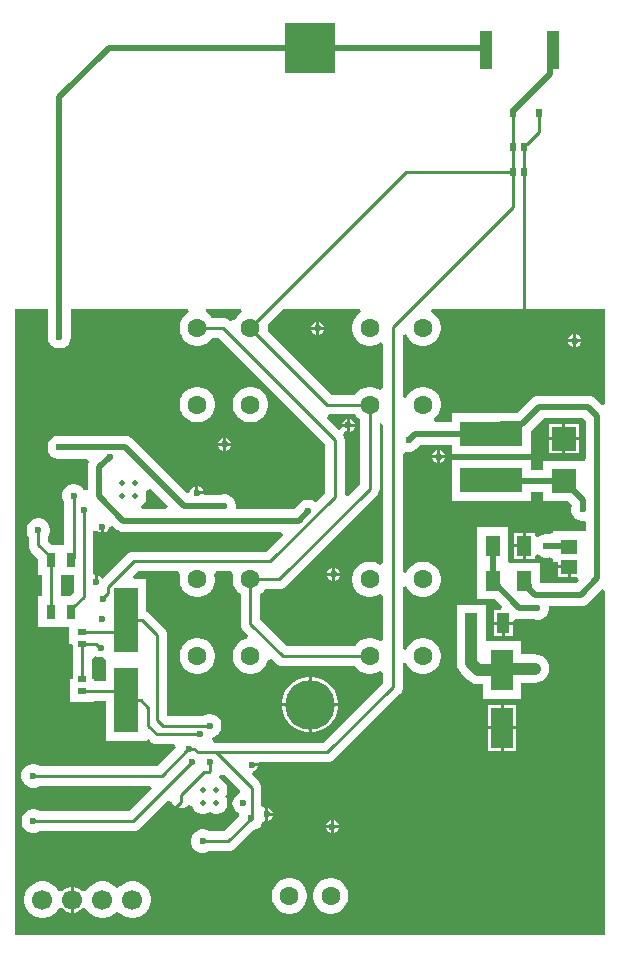
<source format=gtl>
G04*
G04 #@! TF.GenerationSoftware,Altium Limited,Altium Designer,23.1.1 (15)*
G04*
G04 Layer_Physical_Order=1*
G04 Layer_Color=255*
%FSLAX44Y44*%
%MOMM*%
G71*
G04*
G04 #@! TF.SameCoordinates,4FD7E483-A0BE-4EFF-918D-63B1A9DD4886*
G04*
G04*
G04 #@! TF.FilePolarity,Positive*
G04*
G01*
G75*
%ADD17C,0.2540*%
%ADD19R,0.8000X1.2000*%
%ADD20R,0.6000X0.8000*%
%ADD21R,0.5800X0.6400*%
%ADD22R,2.0000X5.5000*%
%ADD23R,5.3200X2.0600*%
%ADD24R,1.2000X1.7000*%
%ADD25R,2.1000X2.0000*%
%ADD26R,1.1000X3.3000*%
%ADD27R,1.4000X1.2500*%
%ADD28R,1.1000X1.7000*%
%ADD29R,1.8500X3.4500*%
%ADD30R,0.6400X0.5800*%
%ADD50C,0.5000*%
%ADD51C,1.0000*%
%ADD52R,3.0500X1.9500*%
%ADD53C,1.7000*%
%ADD54C,1.6000*%
%ADD55C,4.2000*%
%ADD56R,4.2000X4.2000*%
%ADD57C,0.6000*%
%ADD58C,0.5000*%
%ADD59C,0.8000*%
G36*
X192395Y661293D02*
X189938Y659651D01*
X187849Y657562D01*
X186208Y655105D01*
X185908Y654381D01*
X182369Y653678D01*
X182148Y653898D01*
X180421Y655224D01*
X178409Y656057D01*
X176250Y656341D01*
X176250Y656341D01*
X166967D01*
X166151Y657562D01*
X164062Y659651D01*
X161605Y661293D01*
X162306Y664250D01*
X191695D01*
X192395Y661293D01*
D02*
G37*
G36*
X500000Y583794D02*
X497000Y582551D01*
X491776Y587775D01*
X489791Y589298D01*
X487480Y590256D01*
X485000Y590582D01*
X444000D01*
X441520Y590256D01*
X439209Y589298D01*
X437225Y587775D01*
X425281Y575832D01*
X411300D01*
X410677Y575750D01*
X369900D01*
Y568032D01*
X355498D01*
X354588Y571032D01*
X355062Y571349D01*
X357151Y573438D01*
X358793Y575895D01*
X359924Y578625D01*
X360500Y581523D01*
Y584477D01*
X359924Y587375D01*
X358793Y590105D01*
X357151Y592562D01*
X355062Y594651D01*
X352605Y596293D01*
X349875Y597424D01*
X346977Y598000D01*
X344023D01*
X341125Y597424D01*
X338395Y596293D01*
X335938Y594651D01*
X333849Y592562D01*
X332207Y590105D01*
X331591Y588619D01*
X328591Y589215D01*
Y641785D01*
X331591Y642382D01*
X332207Y640895D01*
X333849Y638438D01*
X335938Y636349D01*
X338395Y634707D01*
X341125Y633576D01*
X344023Y633000D01*
X346977D01*
X349875Y633576D01*
X352605Y634707D01*
X355062Y636349D01*
X357151Y638438D01*
X358793Y640895D01*
X359924Y643625D01*
X360500Y646523D01*
Y649477D01*
X359924Y652375D01*
X358793Y655105D01*
X357151Y657562D01*
X355062Y659651D01*
X352605Y661293D01*
X353305Y664250D01*
X423209D01*
Y657063D01*
X422693Y655817D01*
X422409Y653659D01*
X422693Y651500D01*
X423526Y649488D01*
X424852Y647760D01*
X426579Y646435D01*
X428591Y645601D01*
X430750Y645317D01*
X432909Y645601D01*
X434921Y646435D01*
X436648Y647760D01*
X437448Y648560D01*
X437448Y648560D01*
X438774Y650288D01*
X439607Y652300D01*
X439891Y654459D01*
Y664250D01*
X500000D01*
Y583794D01*
D02*
G37*
G36*
X147395Y661293D02*
X144938Y659651D01*
X142849Y657562D01*
X141207Y655105D01*
X140077Y652375D01*
X139500Y649477D01*
Y646523D01*
X140077Y643625D01*
X141207Y640895D01*
X142849Y638438D01*
X144938Y636349D01*
X147395Y634707D01*
X150125Y633577D01*
X153023Y633000D01*
X155977D01*
X158876Y633577D01*
X161605Y634707D01*
X164062Y636349D01*
X166151Y638438D01*
X166967Y639659D01*
X172795D01*
X262659Y549795D01*
Y508205D01*
X254673Y500219D01*
X254390Y500502D01*
X252110Y501819D01*
X249566Y502500D01*
X246933D01*
X244390Y501819D01*
X242110Y500502D01*
X240248Y498640D01*
X239440Y497241D01*
X236531Y494332D01*
X188287D01*
X187250Y495684D01*
Y498316D01*
X186569Y500860D01*
X185252Y503140D01*
X183390Y505002D01*
X181110Y506319D01*
X178566Y507000D01*
X175933D01*
X174373Y506582D01*
X160335D01*
X159902Y507230D01*
X154250D01*
Y508500D01*
X152980D01*
Y513970D01*
X151112Y513197D01*
X149553Y511638D01*
X148710Y509602D01*
Y509084D01*
X145710Y507841D01*
X100026Y553526D01*
X98041Y555048D01*
X95730Y556006D01*
X93250Y556332D01*
X40627D01*
X39067Y556750D01*
X36433D01*
X33890Y556068D01*
X31610Y554752D01*
X29748Y552890D01*
X28431Y550610D01*
X27750Y548066D01*
Y545434D01*
X28431Y542890D01*
X29748Y540610D01*
X31610Y538748D01*
X33890Y537431D01*
X36433Y536750D01*
X39067D01*
X40627Y537168D01*
X61244D01*
X62108Y536119D01*
X62944Y534168D01*
X62245Y532480D01*
X61918Y530000D01*
Y511099D01*
X58918Y510303D01*
X58002Y511890D01*
X56140Y513752D01*
X53860Y515069D01*
X51316Y515750D01*
X48684D01*
X46140Y515069D01*
X43860Y513752D01*
X41998Y511890D01*
X40682Y509610D01*
X40000Y507066D01*
Y504434D01*
X40682Y501890D01*
X41659Y500198D01*
Y464500D01*
X31703D01*
X28341Y467862D01*
Y471198D01*
X29318Y472890D01*
X30000Y475434D01*
Y478066D01*
X29318Y480610D01*
X28002Y482890D01*
X26140Y484752D01*
X23860Y486068D01*
X21316Y486750D01*
X18684D01*
X16140Y486068D01*
X13860Y484752D01*
X11998Y482890D01*
X10682Y480610D01*
X10000Y478066D01*
Y475434D01*
X10682Y472890D01*
X11659Y471198D01*
Y464407D01*
X11659Y464407D01*
X11943Y462248D01*
X12776Y460236D01*
X14102Y458508D01*
X20000Y452610D01*
Y438500D01*
X22659D01*
Y420750D01*
X20000D01*
Y394750D01*
X46300D01*
Y380150D01*
X48514D01*
X48908Y379700D01*
X48909Y379700D01*
Y350600D01*
X47050D01*
Y330800D01*
X67450D01*
Y332359D01*
X77000D01*
Y298500D01*
X111000D01*
Y298500D01*
X113252Y299433D01*
X114833Y297852D01*
X114833Y297852D01*
X116561Y296526D01*
X118573Y295693D01*
X120732Y295409D01*
X120732Y295409D01*
X134869D01*
X136112Y292409D01*
X120795Y277091D01*
X21052D01*
X19360Y278069D01*
X16817Y278750D01*
X14183D01*
X11640Y278069D01*
X9360Y276752D01*
X7498Y274890D01*
X6181Y272610D01*
X5500Y270067D01*
Y267433D01*
X6181Y264890D01*
X7498Y262610D01*
X9360Y260748D01*
X11640Y259431D01*
X14183Y258750D01*
X16817D01*
X19360Y259431D01*
X21052Y260409D01*
X114692D01*
X115840Y257637D01*
X96795Y238591D01*
X21362D01*
X19670Y239569D01*
X17126Y240250D01*
X14493D01*
X11950Y239569D01*
X9670Y238252D01*
X7808Y236390D01*
X6492Y234110D01*
X5810Y231567D01*
Y228934D01*
X6492Y226390D01*
X7808Y224110D01*
X9670Y222248D01*
X11950Y220931D01*
X14493Y220250D01*
X17126D01*
X19670Y220931D01*
X21362Y221909D01*
X100250D01*
X100250Y221909D01*
X102409Y222193D01*
X104421Y223026D01*
X106148Y224352D01*
X129384Y247588D01*
X130664Y247485D01*
X132717Y246678D01*
X133276Y245329D01*
X134602Y243602D01*
X136329Y242276D01*
X138341Y241443D01*
X140500Y241159D01*
X142659Y241443D01*
X144671Y242276D01*
X146398Y243602D01*
X147086Y244290D01*
X147417Y244314D01*
X150325Y243286D01*
X150647Y242083D01*
X151898Y239917D01*
X153667Y238148D01*
X155833Y236897D01*
X158249Y236250D01*
X160751D01*
X163167Y236897D01*
X165000Y237956D01*
X166833Y236897D01*
X169249Y236250D01*
X171751D01*
X174167Y236897D01*
X176333Y238148D01*
X178102Y239917D01*
X179353Y242083D01*
X180000Y244499D01*
Y247001D01*
X179353Y249417D01*
X178294Y251250D01*
X179353Y253083D01*
X180000Y255499D01*
Y258000D01*
X179353Y260417D01*
X178102Y262583D01*
X176333Y264352D01*
X174167Y265602D01*
X173973Y265654D01*
X172976Y268325D01*
X173724Y269119D01*
X177499Y269205D01*
X190367Y256336D01*
X190359Y255340D01*
X189501Y252959D01*
X188329Y252474D01*
X186602Y251148D01*
X185276Y249421D01*
X184443Y247409D01*
X184159Y245250D01*
X184443Y243091D01*
X185276Y241079D01*
X186602Y239352D01*
X188329Y238026D01*
X189769Y237242D01*
X190045Y235050D01*
X189932Y234229D01*
X177295Y221591D01*
X164802D01*
X163110Y222568D01*
X160567Y223250D01*
X157934D01*
X155390Y222568D01*
X153110Y221252D01*
X151248Y219390D01*
X149931Y217110D01*
X149250Y214566D01*
Y211933D01*
X149931Y209390D01*
X151248Y207110D01*
X153110Y205248D01*
X155390Y203932D01*
X157934Y203250D01*
X160567D01*
X163110Y203932D01*
X164802Y204909D01*
X180750D01*
X180750Y204909D01*
X182909Y205193D01*
X184921Y206026D01*
X186648Y207352D01*
X202222Y222926D01*
X204110Y223431D01*
X206390Y224748D01*
X208252Y226610D01*
X209569Y228890D01*
X209660Y229233D01*
X211980Y230377D01*
Y236000D01*
Y241470D01*
X211841Y241413D01*
X208841Y243346D01*
Y258000D01*
X208841Y258000D01*
X208557Y260159D01*
X207724Y262171D01*
X206398Y263898D01*
X206398Y263898D01*
X200586Y269710D01*
X201829Y272710D01*
X201852D01*
X203888Y273553D01*
X205447Y275112D01*
X206220Y276980D01*
X200750D01*
Y279520D01*
X206402D01*
X206829Y280159D01*
X264702D01*
X264702Y280159D01*
X266861Y280443D01*
X268873Y281276D01*
X270600Y282602D01*
X326148Y338150D01*
X326148Y338150D01*
X327474Y339878D01*
X328307Y341889D01*
X328591Y344048D01*
X328591Y344048D01*
Y363785D01*
X331591Y364381D01*
X332207Y362895D01*
X333849Y360438D01*
X335938Y358349D01*
X338395Y356707D01*
X341125Y355577D01*
X344023Y355000D01*
X346977D01*
X349875Y355577D01*
X352605Y356707D01*
X355062Y358349D01*
X357151Y360438D01*
X358793Y362895D01*
X359924Y365625D01*
X360500Y368523D01*
Y371477D01*
X359924Y374375D01*
X358793Y377105D01*
X357151Y379562D01*
X355062Y381651D01*
X352605Y383293D01*
X349875Y384423D01*
X346977Y385000D01*
X344023D01*
X341125Y384423D01*
X338395Y383293D01*
X335938Y381651D01*
X333849Y379562D01*
X332207Y377105D01*
X331591Y375619D01*
X328591Y376215D01*
Y428785D01*
X331591Y429381D01*
X332207Y427895D01*
X333849Y425438D01*
X335938Y423349D01*
X338395Y421707D01*
X341125Y420577D01*
X344023Y420000D01*
X346977D01*
X349875Y420577D01*
X352605Y421707D01*
X355062Y423349D01*
X357151Y425438D01*
X358793Y427895D01*
X359924Y430625D01*
X360500Y433523D01*
Y436477D01*
X359924Y439375D01*
X358793Y442105D01*
X357151Y444562D01*
X355062Y446651D01*
X352605Y448293D01*
X349875Y449423D01*
X346977Y450000D01*
X344023D01*
X341125Y449423D01*
X338395Y448293D01*
X335938Y446651D01*
X333849Y444562D01*
X332207Y442105D01*
X331591Y440619D01*
X328591Y441215D01*
Y540993D01*
X331591Y543159D01*
X332183Y543000D01*
X334817D01*
X337360Y543681D01*
X339640Y544998D01*
X341502Y546860D01*
X342310Y548259D01*
X342919Y548868D01*
X369900D01*
Y541150D01*
X437100D01*
Y560549D01*
X447969Y571418D01*
X481031D01*
X483418Y569031D01*
Y537870D01*
X482500Y535250D01*
X447500D01*
Y527832D01*
X437100D01*
Y536350D01*
X369900D01*
Y501750D01*
X437100D01*
Y508668D01*
X447500D01*
Y501250D01*
X468449D01*
X471668Y498031D01*
Y497127D01*
X471250Y495566D01*
Y492934D01*
X471931Y490390D01*
X473248Y488110D01*
X475110Y486248D01*
X477390Y484931D01*
X479934Y484250D01*
X482566D01*
X483418Y483597D01*
Y476000D01*
X455500D01*
Y474390D01*
X452500Y473183D01*
X451316Y473500D01*
X448684D01*
X446140Y472818D01*
X443860Y471502D01*
X443040Y470682D01*
X440040Y471925D01*
Y474540D01*
X432770D01*
Y463500D01*
Y452460D01*
X440040D01*
Y455075D01*
X443040Y456318D01*
X443860Y455498D01*
X446140Y454182D01*
X448684Y453500D01*
X451316D01*
X452500Y453817D01*
X455500Y452610D01*
Y449500D01*
X459960D01*
Y447020D01*
X469500D01*
Y445750D01*
X470770D01*
Y436960D01*
X476166D01*
X477409Y433960D01*
X475031Y431582D01*
X444500D01*
Y449000D01*
X420086D01*
X418500Y449000D01*
X417500Y451586D01*
Y479000D01*
X391500D01*
Y449000D01*
X391500D01*
Y418000D01*
X406449D01*
X412638Y411811D01*
X411490Y409040D01*
X405460D01*
Y399270D01*
X413500D01*
X421540D01*
Y399585D01*
X424540Y401590D01*
X424770Y401494D01*
X427250Y401168D01*
X439623D01*
X441184Y400750D01*
X443816D01*
X446360Y401432D01*
X448640Y402748D01*
X450502Y404610D01*
X451819Y406890D01*
X452500Y409434D01*
Y412066D01*
X452770Y412418D01*
X479000D01*
X481480Y412744D01*
X483791Y413702D01*
X485775Y415224D01*
X497000Y426449D01*
X500000Y425206D01*
Y133750D01*
X0D01*
Y664250D01*
X28168D01*
Y643377D01*
X27750Y641816D01*
Y639184D01*
X28431Y636640D01*
X29748Y634360D01*
X31610Y632498D01*
X33890Y631181D01*
X36433Y630500D01*
X39067D01*
X41610Y631181D01*
X43890Y632498D01*
X45752Y634360D01*
X47069Y636640D01*
X47750Y639184D01*
Y641816D01*
X47332Y643377D01*
Y664250D01*
X146695D01*
X147395Y661293D01*
D02*
G37*
G36*
X293395Y661293D02*
X290938Y659651D01*
X288849Y657562D01*
X287207Y655105D01*
X286076Y652375D01*
X285500Y649477D01*
Y646523D01*
X286076Y643625D01*
X287207Y640895D01*
X288849Y638438D01*
X290938Y636349D01*
X293395Y634707D01*
X296125Y633576D01*
X299023Y633000D01*
X301977D01*
X304875Y633576D01*
X307605Y634707D01*
X308909Y635578D01*
X311909Y634124D01*
Y596876D01*
X308909Y595422D01*
X307605Y596293D01*
X304875Y597424D01*
X301977Y598000D01*
X299023D01*
X296125Y597424D01*
X293395Y596293D01*
X290938Y594651D01*
X288849Y592562D01*
X288033Y591341D01*
X267955D01*
X214214Y645083D01*
X214500Y646523D01*
Y649477D01*
X214214Y650917D01*
X227547Y664250D01*
X292695D01*
X293395Y661293D01*
D02*
G37*
G36*
X288849Y573438D02*
X290938Y571349D01*
X292159Y570533D01*
Y515205D01*
X282341Y505388D01*
X279341Y506631D01*
Y553250D01*
X279057Y555409D01*
X278224Y557421D01*
X279499Y560437D01*
X279632Y560513D01*
X281136Y559890D01*
Y564091D01*
X276936D01*
X277458Y562831D01*
X274914Y561132D01*
X264309Y571738D01*
X264309Y571740D01*
X265631Y574659D01*
X288033D01*
X288849Y573438D01*
D02*
G37*
G36*
X129345Y497104D02*
X128197Y494332D01*
X108089D01*
X107285Y497332D01*
X107833Y497648D01*
X109601Y499417D01*
X110852Y501583D01*
X111500Y503999D01*
Y506501D01*
X110852Y508917D01*
X110819Y508974D01*
X111543Y510677D01*
X115019Y511430D01*
X129345Y497104D01*
D02*
G37*
G36*
X85225Y477975D02*
X87209Y476452D01*
X89520Y475494D01*
X92000Y475168D01*
X225702D01*
X226850Y472396D01*
X213045Y458591D01*
X100862D01*
X100862Y458591D01*
X98703Y458307D01*
X96691Y457474D01*
X94964Y456148D01*
X94964Y456148D01*
X74536Y435721D01*
X73697Y435888D01*
X72138Y437447D01*
X70270Y438220D01*
Y432750D01*
X67730D01*
Y438402D01*
X66591Y439163D01*
Y475673D01*
X69373Y476320D01*
X69591Y476324D01*
X71112Y474803D01*
X72980Y474030D01*
Y479500D01*
X75520D01*
Y474030D01*
X77388Y474803D01*
X78947Y476362D01*
X79790Y478398D01*
Y479167D01*
X82790Y480409D01*
X85225Y477975D01*
D02*
G37*
G36*
X311909Y565658D02*
Y448876D01*
X308909Y447422D01*
X307605Y448293D01*
X304875Y449423D01*
X301977Y450000D01*
X299023D01*
X296125Y449423D01*
X293395Y448293D01*
X290938Y446651D01*
X288849Y444562D01*
X287207Y442105D01*
X286076Y439375D01*
X285500Y436477D01*
Y433523D01*
X286076Y430625D01*
X287207Y427895D01*
X288849Y425438D01*
X290938Y423349D01*
X293395Y421707D01*
X296125Y420577D01*
X299023Y420000D01*
X301977D01*
X304875Y420577D01*
X307605Y421707D01*
X308909Y422578D01*
X311909Y421124D01*
Y383876D01*
X308909Y382422D01*
X307605Y383293D01*
X304875Y384423D01*
X301977Y385000D01*
X299023D01*
X296125Y384423D01*
X293395Y383293D01*
X290938Y381651D01*
X288849Y379562D01*
X288033Y378341D01*
X230455D01*
X207841Y400955D01*
Y422533D01*
X209062Y423349D01*
X211151Y425438D01*
X211967Y426659D01*
X223750D01*
X223750Y426659D01*
X225909Y426943D01*
X227921Y427776D01*
X229648Y429102D01*
X306398Y505852D01*
X306398Y505852D01*
X307724Y507579D01*
X308557Y509591D01*
X308841Y511750D01*
Y567277D01*
X308909Y567319D01*
X311909Y565658D01*
D02*
G37*
G36*
X49909Y423488D02*
X47171Y420750D01*
X39342D01*
Y438500D01*
X49909D01*
Y423488D01*
D02*
G37*
G36*
X184000Y441049D02*
X184984Y438909D01*
X184500Y436477D01*
Y433523D01*
X185077Y430625D01*
X186207Y427895D01*
X187849Y425438D01*
X189938Y423349D01*
X191159Y422533D01*
Y397500D01*
X191159Y397500D01*
X191443Y395341D01*
X192276Y393329D01*
X193602Y391602D01*
X197290Y387913D01*
X196303Y384658D01*
X195125Y384424D01*
X192395Y383293D01*
X189938Y381651D01*
X187849Y379562D01*
X186207Y377105D01*
X185077Y374375D01*
X184500Y371477D01*
Y368523D01*
X185077Y365625D01*
X186207Y362895D01*
X187849Y360438D01*
X189938Y358349D01*
X192395Y356707D01*
X195125Y355577D01*
X198023Y355000D01*
X200977D01*
X203875Y355577D01*
X206605Y356707D01*
X209062Y358349D01*
X211151Y360438D01*
X212793Y362895D01*
X213923Y365625D01*
X214158Y366803D01*
X217413Y367790D01*
X221102Y364102D01*
X221102Y364102D01*
X222829Y362776D01*
X224841Y361943D01*
X227000Y361659D01*
X288033D01*
X288849Y360438D01*
X290938Y358349D01*
X293395Y356707D01*
X296125Y355577D01*
X299023Y355000D01*
X301977D01*
X304875Y355577D01*
X307605Y356707D01*
X308909Y357578D01*
X311909Y356124D01*
Y347503D01*
X261247Y296841D01*
X170000D01*
X170000Y296841D01*
X170000Y296841D01*
X168936D01*
X167126Y299677D01*
X167941Y301685D01*
X168860Y301931D01*
X171140Y303248D01*
X173002Y305110D01*
X174319Y307390D01*
X175000Y309933D01*
Y312567D01*
X174319Y315110D01*
X173002Y317390D01*
X171140Y319252D01*
X168860Y320569D01*
X166317Y321250D01*
X163683D01*
X161140Y320569D01*
X159448Y319591D01*
X128955D01*
X128841Y319705D01*
Y387711D01*
X128841Y387711D01*
X128557Y389870D01*
X127724Y391882D01*
X126398Y393609D01*
X126398Y393610D01*
X113609Y406398D01*
X111882Y407724D01*
X111000Y408089D01*
Y435000D01*
X101328D01*
X100180Y437772D01*
X104317Y441909D01*
X138426D01*
X139000Y441049D01*
X139984Y438909D01*
X139500Y436477D01*
Y433523D01*
X140077Y430625D01*
X141207Y427895D01*
X142849Y425438D01*
X144938Y423349D01*
X147395Y421707D01*
X150125Y420577D01*
X153023Y420000D01*
X155977D01*
X158875Y420577D01*
X161605Y421707D01*
X164062Y423349D01*
X166151Y425438D01*
X167793Y427895D01*
X168923Y430625D01*
X169500Y433523D01*
Y436477D01*
X169016Y438909D01*
X170000Y441049D01*
X170574Y441909D01*
X183426D01*
X184000Y441049D01*
D02*
G37*
G36*
X69905Y369193D02*
X72064Y368909D01*
X72064Y368909D01*
X73000D01*
X74000Y369040D01*
X77000Y367055D01*
Y366000D01*
X77000D01*
Y349042D01*
X67450D01*
Y350600D01*
X65591D01*
Y368011D01*
X66510Y368815D01*
X68591Y369737D01*
X69905Y369193D01*
D02*
G37*
%LPC*%
G36*
X475520Y642470D02*
Y638270D01*
X479720D01*
X478947Y640138D01*
X477388Y641697D01*
X475520Y642470D01*
D02*
G37*
G36*
X472980D02*
X471112Y641697D01*
X469553Y640138D01*
X468780Y638270D01*
X472980D01*
Y642470D01*
D02*
G37*
G36*
X479720Y635730D02*
X475520D01*
Y631530D01*
X477388Y632303D01*
X478947Y633862D01*
X479720Y635730D01*
D02*
G37*
G36*
X472980D02*
X468780D01*
X469553Y633862D01*
X471112Y632303D01*
X472980Y631530D01*
Y635730D01*
D02*
G37*
G36*
X200978Y598000D02*
X198023D01*
X195125Y597424D01*
X192395Y596293D01*
X189938Y594651D01*
X187849Y592562D01*
X186208Y590105D01*
X185077Y587375D01*
X184500Y584477D01*
Y581523D01*
X185077Y578625D01*
X186208Y575895D01*
X187849Y573438D01*
X189938Y571349D01*
X192395Y569707D01*
X195125Y568576D01*
X198023Y568000D01*
X200978D01*
X203876Y568576D01*
X206605Y569707D01*
X209062Y571349D01*
X211152Y573438D01*
X212793Y575895D01*
X213924Y578625D01*
X214500Y581523D01*
Y584477D01*
X213924Y587375D01*
X212793Y590105D01*
X211152Y592562D01*
X209062Y594651D01*
X206605Y596293D01*
X203876Y597424D01*
X200978Y598000D01*
D02*
G37*
G36*
X155977D02*
X153023D01*
X150125Y597424D01*
X147395Y596293D01*
X144938Y594651D01*
X142849Y592562D01*
X141207Y590105D01*
X140077Y587375D01*
X139500Y584477D01*
Y581523D01*
X140077Y578625D01*
X141207Y575895D01*
X142849Y573438D01*
X144938Y571349D01*
X147395Y569707D01*
X150125Y568576D01*
X153023Y568000D01*
X155977D01*
X158875Y568576D01*
X161605Y569707D01*
X164062Y571349D01*
X166151Y573438D01*
X167793Y575895D01*
X168924Y578625D01*
X169500Y581523D01*
Y584477D01*
X168924Y587375D01*
X167793Y590105D01*
X166151Y592562D01*
X164062Y594651D01*
X161605Y596293D01*
X158875Y597424D01*
X155977Y598000D01*
D02*
G37*
G36*
X478040Y566790D02*
X466270D01*
Y555520D01*
X478040D01*
Y566790D01*
D02*
G37*
G36*
X463730D02*
X451960D01*
Y555520D01*
X463730D01*
Y566790D01*
D02*
G37*
G36*
X179020Y554720D02*
Y550520D01*
X183220D01*
X182447Y552388D01*
X180888Y553947D01*
X179020Y554720D01*
D02*
G37*
G36*
X176480D02*
X174612Y553947D01*
X173053Y552388D01*
X172280Y550520D01*
X176480D01*
Y554720D01*
D02*
G37*
G36*
X183220Y547980D02*
X179020D01*
Y543780D01*
X180888Y544553D01*
X182447Y546112D01*
X183220Y547980D01*
D02*
G37*
G36*
X176480D02*
X172280D01*
X173053Y546112D01*
X174612Y544553D01*
X176480Y543780D01*
Y547980D01*
D02*
G37*
G36*
X478040Y552980D02*
X466270D01*
Y541710D01*
X478040D01*
Y552980D01*
D02*
G37*
G36*
X463730D02*
X451960D01*
Y541710D01*
X463730D01*
Y552980D01*
D02*
G37*
G36*
X360270Y544470D02*
Y540270D01*
X364470D01*
X363697Y542138D01*
X362138Y543697D01*
X360270Y544470D01*
D02*
G37*
G36*
X357730D02*
X355862Y543697D01*
X354303Y542138D01*
X353530Y540270D01*
X357730D01*
Y544470D01*
D02*
G37*
G36*
X364470Y537730D02*
X360270D01*
Y533530D01*
X362138Y534303D01*
X363697Y535862D01*
X364470Y537730D01*
D02*
G37*
G36*
X357730D02*
X353530D01*
X354303Y535862D01*
X355862Y534303D01*
X357730Y533530D01*
Y537730D01*
D02*
G37*
G36*
X155520Y513970D02*
Y509770D01*
X159720D01*
X158947Y511638D01*
X157388Y513197D01*
X155520Y513970D01*
D02*
G37*
G36*
X430230Y474540D02*
X422960D01*
Y464770D01*
X430230D01*
Y474540D01*
D02*
G37*
G36*
Y462230D02*
X422960D01*
Y452460D01*
X430230D01*
Y462230D01*
D02*
G37*
G36*
X468230Y444480D02*
X459960D01*
Y436960D01*
X468230D01*
Y444480D01*
D02*
G37*
G36*
X421540Y396730D02*
X414770D01*
Y386960D01*
X421540D01*
Y396730D01*
D02*
G37*
G36*
X412230D02*
X405460D01*
Y386960D01*
X412230D01*
Y396730D01*
D02*
G37*
G36*
X399000Y413500D02*
X374000D01*
Y382500D01*
X374396D01*
Y364108D01*
X374809Y360975D01*
X376018Y358056D01*
X377942Y355549D01*
X383799Y349691D01*
X386306Y347768D01*
X389225Y346559D01*
X392358Y346146D01*
X396500D01*
Y334000D01*
X429000D01*
Y347396D01*
X440250D01*
X443383Y347809D01*
X446302Y349018D01*
X448809Y350942D01*
X450732Y353448D01*
X451941Y356367D01*
X452354Y359500D01*
X451941Y362633D01*
X450732Y365552D01*
X448809Y368059D01*
X446302Y369982D01*
X443383Y371191D01*
X440250Y371604D01*
X429000D01*
Y382500D01*
X399000D01*
Y413500D01*
D02*
G37*
G36*
X424540Y329040D02*
X414020D01*
Y310520D01*
X424540D01*
Y329040D01*
D02*
G37*
G36*
X411480D02*
X400960D01*
Y310520D01*
X411480D01*
Y329040D01*
D02*
G37*
G36*
X424540Y307980D02*
X414020D01*
Y289460D01*
X424540D01*
Y307980D01*
D02*
G37*
G36*
X411480D02*
X400960D01*
Y289460D01*
X411480D01*
Y307980D01*
D02*
G37*
G36*
X214520Y241470D02*
Y237270D01*
X218720D01*
X217947Y239138D01*
X216388Y240697D01*
X214520Y241470D01*
D02*
G37*
G36*
X218720Y234730D02*
X214520D01*
Y230530D01*
X216388Y231303D01*
X217947Y232862D01*
X218720Y234730D01*
D02*
G37*
G36*
X270270Y231220D02*
Y227020D01*
X274470D01*
X273697Y228888D01*
X272138Y230447D01*
X270270Y231220D01*
D02*
G37*
G36*
X267730D02*
X265862Y230447D01*
X264303Y228888D01*
X263530Y227020D01*
X267730D01*
Y231220D01*
D02*
G37*
G36*
X274470Y224480D02*
X270270D01*
Y220280D01*
X272138Y221053D01*
X273697Y222612D01*
X274470Y224480D01*
D02*
G37*
G36*
X267730D02*
X263530D01*
X264303Y222612D01*
X265862Y221053D01*
X267730Y220280D01*
Y224480D01*
D02*
G37*
G36*
X101127Y179250D02*
X98073D01*
X95079Y178654D01*
X92258Y177486D01*
X89719Y175790D01*
X88932Y175002D01*
X86900Y173967D01*
X84868Y175002D01*
X84081Y175790D01*
X81542Y177486D01*
X78721Y178654D01*
X75727Y179250D01*
X72673D01*
X69679Y178654D01*
X66858Y177486D01*
X64319Y175790D01*
X62160Y173631D01*
X60630Y171340D01*
X59401Y171007D01*
X57174Y170989D01*
X55579Y172584D01*
X53061Y174038D01*
X50253Y174790D01*
X50070D01*
Y163750D01*
Y152710D01*
X50253D01*
X53061Y153462D01*
X55579Y154916D01*
X57174Y156511D01*
X59401Y156493D01*
X60630Y156160D01*
X62160Y153869D01*
X64319Y151710D01*
X66858Y150014D01*
X69679Y148846D01*
X72673Y148250D01*
X75727D01*
X78721Y148846D01*
X81542Y150014D01*
X84081Y151710D01*
X84868Y152498D01*
X86900Y153533D01*
X88932Y152498D01*
X89719Y151710D01*
X92258Y150014D01*
X95079Y148846D01*
X98073Y148250D01*
X101127D01*
X104121Y148846D01*
X106942Y150014D01*
X109481Y151710D01*
X111640Y153869D01*
X113336Y156408D01*
X114504Y159229D01*
X115100Y162223D01*
Y165277D01*
X114504Y168271D01*
X113336Y171092D01*
X111640Y173631D01*
X109481Y175790D01*
X106942Y177486D01*
X104121Y178654D01*
X101127Y179250D01*
D02*
G37*
G36*
X24927D02*
X21873D01*
X18879Y178654D01*
X16058Y177486D01*
X13519Y175790D01*
X11360Y173631D01*
X9664Y171092D01*
X8496Y168271D01*
X7900Y165277D01*
Y162223D01*
X8496Y159229D01*
X9664Y156408D01*
X11360Y153869D01*
X13519Y151710D01*
X16058Y150014D01*
X18879Y148846D01*
X21873Y148250D01*
X24927D01*
X27921Y148846D01*
X30742Y150014D01*
X33281Y151710D01*
X35440Y153869D01*
X36970Y156160D01*
X38199Y156493D01*
X40426Y156511D01*
X42021Y154916D01*
X44539Y153462D01*
X47347Y152710D01*
X47530D01*
Y163750D01*
Y174790D01*
X47347D01*
X44539Y174038D01*
X42021Y172584D01*
X40426Y170989D01*
X38199Y171007D01*
X36970Y171340D01*
X35440Y173631D01*
X33281Y175790D01*
X30742Y177486D01*
X27921Y178654D01*
X24927Y179250D01*
D02*
G37*
G36*
X268977Y182000D02*
X266023D01*
X263125Y181423D01*
X260395Y180293D01*
X257938Y178651D01*
X255849Y176562D01*
X254207Y174105D01*
X253076Y171375D01*
X252500Y168477D01*
Y165523D01*
X253076Y162625D01*
X254207Y159895D01*
X255849Y157438D01*
X257938Y155349D01*
X260395Y153707D01*
X263125Y152577D01*
X266023Y152000D01*
X268977D01*
X271875Y152577D01*
X274605Y153707D01*
X277062Y155349D01*
X279151Y157438D01*
X280793Y159895D01*
X281924Y162625D01*
X282500Y165523D01*
Y168477D01*
X281924Y171375D01*
X280793Y174105D01*
X279151Y176562D01*
X277062Y178651D01*
X274605Y180293D01*
X271875Y181423D01*
X268977Y182000D01*
D02*
G37*
G36*
X233977D02*
X231022D01*
X228125Y181423D01*
X225395Y180293D01*
X222938Y178651D01*
X220849Y176562D01*
X219207Y174105D01*
X218076Y171375D01*
X217500Y168477D01*
Y165523D01*
X218076Y162625D01*
X219207Y159895D01*
X220849Y157438D01*
X222938Y155349D01*
X225395Y153707D01*
X228125Y152577D01*
X231022Y152000D01*
X233977D01*
X236875Y152577D01*
X239605Y153707D01*
X242062Y155349D01*
X244151Y157438D01*
X245793Y159895D01*
X246923Y162625D01*
X247500Y165523D01*
Y168477D01*
X246923Y171375D01*
X245793Y174105D01*
X244151Y176562D01*
X242062Y178651D01*
X239605Y180293D01*
X236875Y181423D01*
X233977Y182000D01*
D02*
G37*
G36*
X257770Y652970D02*
Y648770D01*
X261970D01*
X261197Y650638D01*
X259638Y652197D01*
X257770Y652970D01*
D02*
G37*
G36*
X255230D02*
X253362Y652197D01*
X251803Y650638D01*
X251030Y648770D01*
X255230D01*
Y652970D01*
D02*
G37*
G36*
X261970Y646230D02*
X257770D01*
Y642030D01*
X259638Y642803D01*
X261197Y644362D01*
X261970Y646230D01*
D02*
G37*
G36*
X255230D02*
X251030D01*
X251803Y644362D01*
X253362Y642803D01*
X255230Y642030D01*
Y646230D01*
D02*
G37*
G36*
X283676Y570831D02*
Y566631D01*
X287877D01*
X287103Y568499D01*
X285545Y570057D01*
X283676Y570831D01*
D02*
G37*
G36*
X281136D02*
X279268Y570057D01*
X277710Y568499D01*
X276936Y566631D01*
X281136D01*
Y570831D01*
D02*
G37*
G36*
X287877Y564091D02*
X283676D01*
Y559890D01*
X285545Y560664D01*
X287103Y562223D01*
X287877Y564091D01*
D02*
G37*
G36*
X271270Y444970D02*
Y440770D01*
X275470D01*
X274697Y442638D01*
X273138Y444197D01*
X271270Y444970D01*
D02*
G37*
G36*
X268730D02*
X266862Y444197D01*
X265303Y442638D01*
X264530Y440770D01*
X268730D01*
Y444970D01*
D02*
G37*
G36*
X275470Y438230D02*
X271270D01*
Y434030D01*
X273138Y434803D01*
X274697Y436362D01*
X275470Y438230D01*
D02*
G37*
G36*
X268730D02*
X264530D01*
X265303Y436362D01*
X266862Y434803D01*
X268730Y434030D01*
Y438230D01*
D02*
G37*
G36*
X155977Y385000D02*
X153023D01*
X150125Y384424D01*
X147395Y383293D01*
X144938Y381651D01*
X142849Y379562D01*
X141207Y377105D01*
X140077Y374375D01*
X139500Y371477D01*
Y368523D01*
X140077Y365625D01*
X141207Y362895D01*
X142849Y360438D01*
X144938Y358349D01*
X147395Y356707D01*
X150125Y355577D01*
X153023Y355000D01*
X155977D01*
X158875Y355577D01*
X161605Y356707D01*
X164062Y358349D01*
X166151Y360438D01*
X167793Y362895D01*
X168923Y365625D01*
X169500Y368523D01*
Y371477D01*
X168923Y374375D01*
X167793Y377105D01*
X166151Y379562D01*
X164062Y381651D01*
X161605Y383293D01*
X158875Y384424D01*
X155977Y385000D01*
D02*
G37*
G36*
X252319Y352490D02*
X251270D01*
Y330220D01*
X273540D01*
Y331268D01*
X272635Y335816D01*
X270861Y340100D01*
X268285Y343956D01*
X265006Y347235D01*
X261150Y349811D01*
X256866Y351585D01*
X252319Y352490D01*
D02*
G37*
G36*
X248730D02*
X247682D01*
X243134Y351585D01*
X238850Y349811D01*
X234994Y347235D01*
X231715Y343956D01*
X229139Y340100D01*
X227365Y335816D01*
X226460Y331268D01*
Y330220D01*
X248730D01*
Y352490D01*
D02*
G37*
G36*
X273540Y327680D02*
X251270D01*
Y305410D01*
X252319D01*
X256866Y306315D01*
X261150Y308089D01*
X265006Y310665D01*
X268285Y313944D01*
X270861Y317800D01*
X272635Y322084D01*
X273540Y326632D01*
Y327680D01*
D02*
G37*
G36*
X248730D02*
X226460D01*
Y326632D01*
X227365Y322084D01*
X229139Y317800D01*
X231715Y313944D01*
X234994Y310665D01*
X238850Y308089D01*
X243134Y306315D01*
X247682Y305410D01*
X248730D01*
Y327680D01*
D02*
G37*
%LPD*%
D17*
X57250Y379700D02*
X58000Y380450D01*
X140500Y252500D02*
X160250Y272250D01*
X140500Y246750D02*
Y252500D01*
X133750Y240000D02*
X140500Y246750D01*
X160250Y272250D02*
X164750D01*
X159250Y213250D02*
X180750D01*
X58000Y380450D02*
X68864D01*
X72064Y377250D02*
X73000D01*
X68864Y380450D02*
X72064Y377250D01*
X15810Y230250D02*
X100250D01*
X57250Y350300D02*
Y379700D01*
X165000Y272500D02*
Y280250D01*
X164750Y272250D02*
X165000Y272500D01*
X180750Y213250D02*
X200500Y233000D01*
Y258000D01*
X430750Y653659D02*
X431550Y654459D01*
Y779500D01*
X152134Y291334D02*
X154968Y288500D01*
X147916Y291334D02*
X152134D01*
X147750Y291500D02*
X147916Y291334D01*
X124250Y268750D02*
X147000Y291500D01*
X154968Y288500D02*
X170000D01*
X147000Y291500D02*
X147750D01*
X192500Y245250D02*
X193250D01*
X431550Y779500D02*
X431550Y779500D01*
X431550Y779500D02*
Y801500D01*
X433180Y803430D02*
X433480D01*
X431550Y801800D02*
X433180Y803430D01*
X443500Y813450D02*
Y830250D01*
X433480Y803430D02*
X443500Y813450D01*
X431550Y801500D02*
Y801800D01*
X421950Y801500D02*
Y829665D01*
Y779500D02*
Y801500D01*
X170000Y288500D02*
X264702D01*
X170000D02*
X200500Y258000D01*
X85270Y390050D02*
X94000Y398780D01*
Y400500D01*
X56500Y390050D02*
X85270D01*
X57250Y340700D02*
X86300D01*
X94000Y333000D01*
X120500Y316250D02*
Y387711D01*
X107711Y400500D02*
X120500Y387711D01*
Y316250D02*
X125500Y311250D01*
X165000D01*
X120732Y303750D02*
X156500D01*
X113210Y311272D02*
X120732Y303750D01*
X113210Y311272D02*
Y326336D01*
X106546Y333000D02*
X113210Y326336D01*
X94000Y333000D02*
X106546D01*
X94000Y400500D02*
X107711D01*
X100862Y450250D02*
X216500D01*
X79004Y428392D02*
X100862Y450250D01*
X79004Y423690D02*
Y428392D01*
X74750Y419436D02*
X79004Y423690D01*
X74750Y418500D02*
Y419436D01*
X100250Y230250D02*
X150250Y280250D01*
X15500Y268750D02*
X124250D01*
X271000Y504750D02*
Y553250D01*
X216500Y450250D02*
X271000Y504750D01*
X176250Y648000D02*
X271000Y553250D01*
X154500Y648000D02*
X176250D01*
X199500Y397500D02*
X227000Y370000D01*
X300500D01*
X199500Y397500D02*
Y435000D01*
X223750D01*
X300500Y511750D01*
Y583000D01*
X264500D02*
X300500D01*
X199500Y648000D02*
X264500Y583000D01*
X331000Y779500D02*
X421950D01*
X199500Y648000D02*
X331000Y779500D01*
X320250Y648500D02*
X421950Y750200D01*
X320250Y344048D02*
Y648500D01*
X421950Y750200D02*
Y779500D01*
X264702Y288500D02*
X320250Y344048D01*
X421950Y779500D02*
X421950Y779500D01*
X50272Y412055D02*
X58250Y420033D01*
Y493750D01*
X48000Y451500D02*
X50000Y453500D01*
Y505750D01*
X31000Y407750D02*
X31000Y407750D01*
Y451500D01*
X20000Y464407D02*
X28878Y455529D01*
X20000Y464407D02*
Y476750D01*
X31000Y451500D02*
X31000Y451500D01*
D19*
X31000Y407750D02*
D03*
X48000D02*
D03*
X31000Y451500D02*
D03*
X48000D02*
D03*
D20*
X421500Y830250D02*
D03*
X443500D02*
D03*
D21*
X421950Y779500D02*
D03*
X431550D02*
D03*
X421950Y801500D02*
D03*
X431550D02*
D03*
D22*
X94000Y400500D02*
D03*
X94000Y333000D02*
D03*
D23*
X403500Y558450D02*
D03*
Y519050D02*
D03*
D24*
X404500Y433500D02*
D03*
X431500Y433500D02*
D03*
X431500Y463500D02*
D03*
X404500Y463500D02*
D03*
D25*
X465000Y518250D02*
D03*
Y554250D02*
D03*
D26*
X399000Y883250D02*
D03*
X456000D02*
D03*
D27*
X469500Y462750D02*
D03*
Y445750D02*
D03*
D28*
X413500Y398000D02*
D03*
X386500D02*
D03*
D29*
X412750Y309250D02*
D03*
Y358250D02*
D03*
D30*
X57250Y340700D02*
D03*
Y350300D02*
D03*
X56500Y380450D02*
D03*
Y390050D02*
D03*
D50*
X453447Y880697D02*
X456000Y883250D01*
X453447Y863197D02*
Y880697D01*
X422000Y831750D02*
X453447Y863197D01*
X422000Y830750D02*
Y831750D01*
X421500Y830250D02*
X422000Y830750D01*
X37750Y546750D02*
X93250D01*
X143000Y497000D01*
X177250D01*
X435000Y427231D02*
X440231Y422000D01*
X435000Y427231D02*
Y430000D01*
X440231Y422000D02*
X479000D01*
X431500Y433500D02*
X435000Y430000D01*
X479000Y422000D02*
X493000Y436000D01*
Y573000D01*
X444000Y581000D02*
X485000D01*
X493000Y573000D01*
X429250Y566250D02*
X444000Y581000D01*
X403500Y558450D02*
X411300Y566250D01*
X429250D01*
X92000Y484750D02*
X240500D01*
X248250Y492500D01*
X71500Y530000D02*
X80500Y539000D01*
X71500Y505250D02*
Y530000D01*
Y505250D02*
X92000Y484750D01*
X37750Y843250D02*
X79550Y885050D01*
X250000D01*
X333500Y553000D02*
X338950Y558450D01*
X403500D01*
X37750Y640771D02*
Y843250D01*
X397200Y885050D02*
X399000Y883250D01*
X250000Y885050D02*
X397200D01*
X399000Y883250D02*
Y892300D01*
X386800Y519050D02*
X403500D01*
X404300Y518250D01*
X465000D01*
X481250Y502000D01*
Y494250D02*
Y502000D01*
X468750Y463500D02*
X469500Y462750D01*
X450000Y463500D02*
X468750D01*
X404500Y463500D02*
X404500Y463500D01*
X404500Y433500D02*
Y463500D01*
Y433500D02*
X427250Y410750D01*
X442500D01*
D51*
X412750Y359500D02*
X440250D01*
X386500Y364108D02*
Y398000D01*
Y364108D02*
X392358Y358250D01*
X412750D01*
D52*
X431000Y654500D02*
D03*
D53*
X99600Y163750D02*
D03*
X74200D02*
D03*
X48800D02*
D03*
X23400D02*
D03*
D54*
X154500Y648000D02*
D03*
X154500Y583000D02*
D03*
X199500D02*
D03*
Y648000D02*
D03*
X300500Y583000D02*
D03*
Y648000D02*
D03*
X345500D02*
D03*
Y583000D02*
D03*
Y370000D02*
D03*
Y435000D02*
D03*
X300500D02*
D03*
Y370000D02*
D03*
X154500Y435000D02*
D03*
Y370000D02*
D03*
X199500D02*
D03*
Y435000D02*
D03*
X232500Y167000D02*
D03*
X267500D02*
D03*
D55*
X250000Y328950D02*
D03*
D56*
Y885050D02*
D03*
D57*
X73500Y401500D02*
D03*
X270000Y439500D02*
D03*
X256500Y647500D02*
D03*
X282407Y565361D02*
D03*
X159250Y213250D02*
D03*
X15810Y230250D02*
D03*
X73000Y377250D02*
D03*
X213250Y236000D02*
D03*
X200250Y232750D02*
D03*
X69000Y432750D02*
D03*
X74250Y479500D02*
D03*
X177750Y549250D02*
D03*
X474250Y637000D02*
D03*
X359000Y539000D02*
D03*
X269000Y225750D02*
D03*
X165000Y280250D02*
D03*
X147750Y291500D02*
D03*
X154250Y508500D02*
D03*
X193250Y245250D02*
D03*
X200750Y278250D02*
D03*
X150250Y280250D02*
D03*
X15500Y268750D02*
D03*
X74750Y418500D02*
D03*
X248250Y492500D02*
D03*
X80500Y539000D02*
D03*
X333500Y553000D02*
D03*
X37750Y640500D02*
D03*
X165000Y311250D02*
D03*
X156500Y303750D02*
D03*
X37750Y546750D02*
D03*
X177250Y497000D02*
D03*
X58250Y493750D02*
D03*
X50000Y505750D02*
D03*
X20000Y476750D02*
D03*
X481250Y494250D02*
D03*
X450000Y463500D02*
D03*
X442500Y410750D02*
D03*
D58*
X159500Y245750D02*
D03*
X170500D02*
D03*
X159500Y256750D02*
D03*
X170500D02*
D03*
X91000Y516250D02*
D03*
Y505250D02*
D03*
X102000Y516250D02*
D03*
Y505250D02*
D03*
D59*
X440250Y359500D02*
D03*
M02*

</source>
